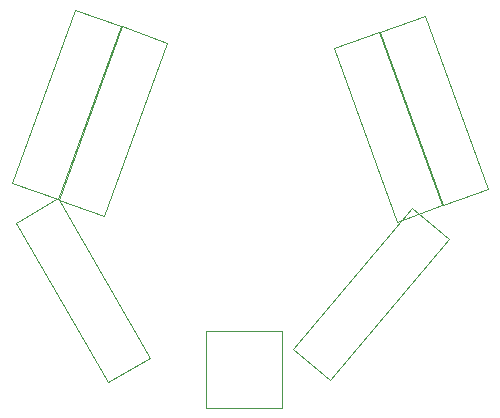
<source format=gbr>
%TF.GenerationSoftware,KiCad,Pcbnew,5.1.10*%
%TF.CreationDate,2021-10-27T07:56:43+02:00*%
%TF.ProjectId,xmas-badge,786d6173-2d62-4616-9467-652e6b696361,rev?*%
%TF.SameCoordinates,Original*%
%TF.FileFunction,Other,User*%
%FSLAX46Y46*%
G04 Gerber Fmt 4.6, Leading zero omitted, Abs format (unit mm)*
G04 Created by KiCad (PCBNEW 5.1.10) date 2021-10-27 07:56:43*
%MOMM*%
%LPD*%
G01*
G04 APERTURE LIST*
%ADD10C,0.050000*%
G04 APERTURE END LIST*
D10*
%TO.C,D1*%
X44684400Y-68883600D02*
X44684400Y-62383600D01*
X44684400Y-62383600D02*
X51134400Y-62383600D01*
X51134400Y-62383600D02*
X51134400Y-68883600D01*
X51134400Y-68883600D02*
X44684400Y-68883600D01*
%TO.C,R1*%
X37499955Y-36578891D02*
X32164441Y-51238096D01*
X33647215Y-35176608D02*
X37499955Y-36578891D01*
X28311701Y-49835813D02*
X33647215Y-35176608D01*
X32164441Y-51238096D02*
X28311701Y-49835813D01*
%TO.C,R2*%
X41436699Y-37997387D02*
X36101185Y-52656592D01*
X37583959Y-36595104D02*
X41436699Y-37997387D01*
X32248445Y-51254309D02*
X37583959Y-36595104D01*
X36101185Y-52656592D02*
X32248445Y-51254309D01*
%TO.C,R3*%
X39990752Y-64670860D02*
X36440048Y-66720860D01*
X36440048Y-66720860D02*
X28640048Y-53210864D01*
X28640048Y-53210864D02*
X32190752Y-51160864D01*
X32190752Y-51160864D02*
X39990752Y-64670860D01*
%TO.C,R4*%
X64703099Y-51715413D02*
X60850359Y-53117696D01*
X60850359Y-53117696D02*
X55514845Y-38458491D01*
X55514845Y-38458491D02*
X59367585Y-37056208D01*
X59367585Y-37056208D02*
X64703099Y-51715413D01*
%TO.C,R5*%
X63279185Y-35684608D02*
X68614699Y-50343813D01*
X59426445Y-37086891D02*
X63279185Y-35684608D01*
X64761959Y-51746096D02*
X59426445Y-37086891D01*
X68614699Y-50343813D02*
X64761959Y-51746096D01*
%TO.C,R6*%
X55248349Y-66538079D02*
X52107567Y-63902650D01*
X52107567Y-63902650D02*
X62135054Y-51952357D01*
X62135054Y-51952357D02*
X65275836Y-54587786D01*
X65275836Y-54587786D02*
X55248349Y-66538079D01*
%TD*%
M02*

</source>
